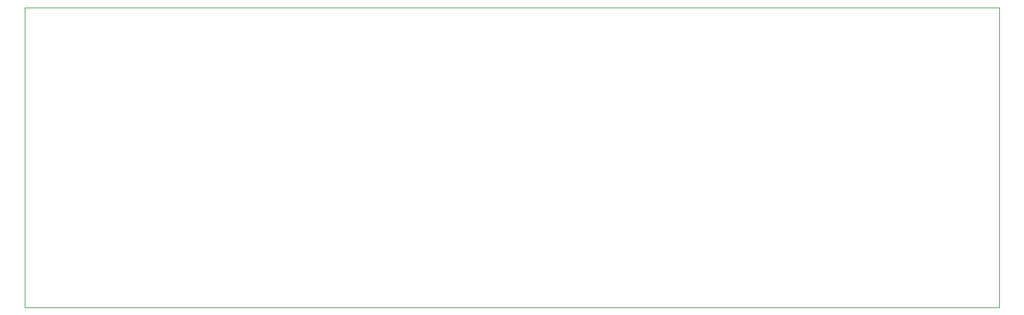
<source format=gbr>
%TF.GenerationSoftware,KiCad,Pcbnew,7.0.5*%
%TF.CreationDate,2024-01-19T10:16:41+06:00*%
%TF.ProjectId,Meteo_station,4d657465-6f5f-4737-9461-74696f6e2e6b,rev?*%
%TF.SameCoordinates,Original*%
%TF.FileFunction,Profile,NP*%
%FSLAX46Y46*%
G04 Gerber Fmt 4.6, Leading zero omitted, Abs format (unit mm)*
G04 Created by KiCad (PCBNEW 7.0.5) date 2024-01-19 10:16:41*
%MOMM*%
%LPD*%
G01*
G04 APERTURE LIST*
%TA.AperFunction,Profile*%
%ADD10C,0.100000*%
%TD*%
G04 APERTURE END LIST*
D10*
X33290000Y-20619000D02*
X163290000Y-20619000D01*
X163290000Y-60619000D01*
X33290000Y-60619000D01*
X33290000Y-20619000D01*
M02*

</source>
